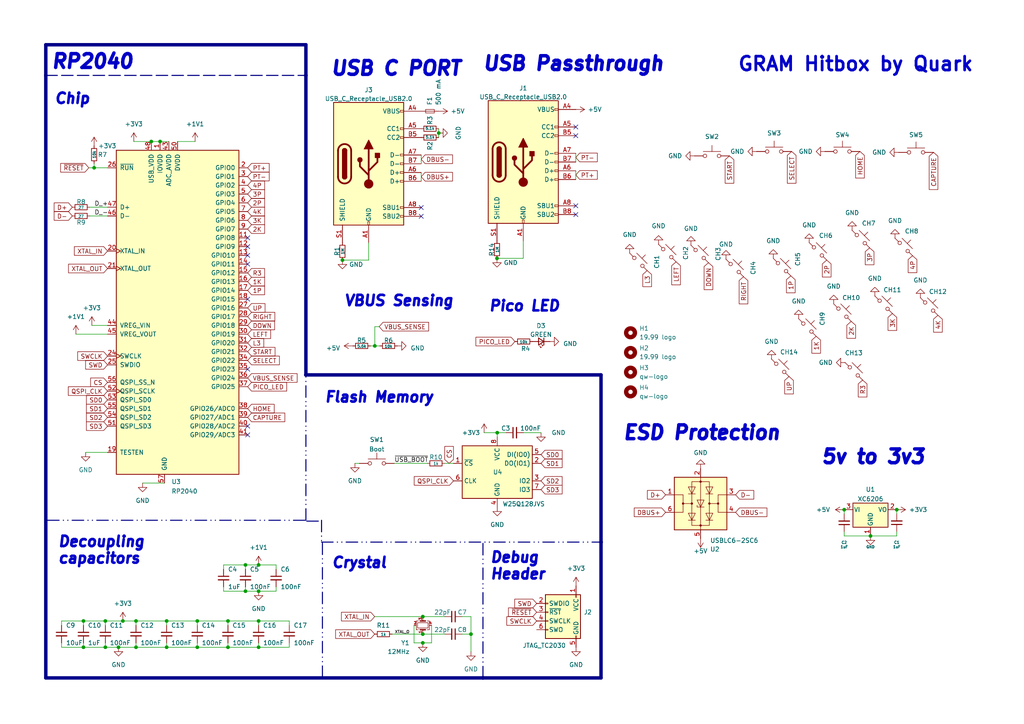
<source format=kicad_sch>
(kicad_sch (version 20230121) (generator eeschema)
  (paper "A4")
  (junction (at 144.2212 125.5014))
  (junction (at 35.6362 180.1114))
  (junction (at 75.0062 187.7314))
  (junction (at 66.1162 187.7314))
  (junction (at 39.4462 180.1114))
  (junction (at 66.1162 180.1114))
  (junction (at 260.096 147.828))
  (junction (at 24.2062 180.1114))
  (junction (at 136.6012 183.9214))
  (junction (at 144.145 74.93))
  (junction (at 88.7222 21.8694))
  (junction (at 140.0772 196.6214))
  (junction (at 71.1962 163.8554))
  (junction (at 75.0062 171.4754))
  (junction (at 99.314 75.438))
  (junction (at 34.3662 187.7314))
  (junction (at 30.5562 180.1114))
  (junction (at 122.6312 178.8414))
  (junction (at 122.6312 186.4614))
  (junction (at 244.856 147.828))
  (junction (at 75.0062 180.1114))
  (junction (at 88.7222 108.7374))
  (junction (at 27.2984 48.6664))
  (junction (at 127.254 38.5826))
  (junction (at 57.2262 180.1114))
  (junction (at 48.3362 180.1114))
  (junction (at 252.476 155.448) (diameter 0.9144))
  (junction (at 24.2062 187.7314))
  (junction (at 13.2842 21.8694))
  (junction (at 108.712 100.33))
  (junction (at 122.6312 183.9214))
  (junction (at 30.5562 187.7314))
  (junction (at 57.2262 187.7314))
  (junction (at 75.0062 163.8554))
  (junction (at 43.8912 41.0464))
  (junction (at 48.3362 187.7314))
  (junction (at 71.1962 171.4754))
  (junction (at 46.4312 41.0464))
  (junction (at 39.4462 187.7314))
  (junction (at 174.3202 157.2345))
  (no_connect (at 71.8312 76.6064))
  (no_connect (at 71.8312 86.7664))
  (no_connect (at 71.8312 68.9864))
  (no_connect (at 167.005 39.37))
  (no_connect (at 71.8312 74.0664))
  (no_connect (at 167.005 62.23))
  (no_connect (at 122.174 62.738))
  (no_connect (at 122.174 60.198))
  (no_connect (at 71.8312 107.0864))
  (no_connect (at 71.8312 126.1364))
  (no_connect (at 167.005 59.69))
  (no_connect (at 71.8312 123.5964))
  (no_connect (at 167.005 36.83))
  (no_connect (at 71.8312 71.5264))
  (wire (pts (xy 57.2262 187.7314) (xy 66.1162 187.7314)))
  (wire (pts (xy 75.0062 171.4754) (xy 80.0862 171.4754)))
  (wire (pts (xy 151.8412 125.5014) (xy 156.9212 125.5014)))
  (wire (pts (xy 120.0912 186.4614) (xy 122.6312 186.4614)))
  (wire (pts (xy 26.0604 62.6364) (xy 31.1912 62.6364)))
  (wire (pts (xy 134.0612 178.8414) (xy 136.6012 178.8414)))
  (wire (pts (xy 244.856 155.448) (xy 252.476 155.448)))
  (wire (pts (xy 24.8412 131.2164) (xy 31.1912 131.2164)))
  (wire (pts (xy 83.8962 187.7314) (xy 83.8962 186.4614)))
  (bus (pts (xy 93.5154 157.4885) (xy 93.5154 196.8754)) (stroke (width 0) (type dash_dot_dot)))
  (wire (pts (xy 26.6446 94.3864) (xy 31.1912 94.3864)))
  (wire (pts (xy 71.1962 163.8554) (xy 71.1962 165.1254)))
  (wire (pts (xy 80.0862 171.4754) (xy 80.0862 170.2054)))
  (wire (pts (xy 30.5562 186.4614) (xy 30.5562 187.7314)))
  (wire (pts (xy 26.0604 60.0964) (xy 31.1912 60.0964)))
  (wire (pts (xy 66.1162 180.1114) (xy 75.0062 180.1114)))
  (bus (pts (xy 174.3202 157.2345) (xy 174.3202 108.7374)) (stroke (width 1)))
  (wire (pts (xy 24.2062 187.7314) (xy 30.5562 187.7314)))
  (wire (pts (xy 39.4462 187.7314) (xy 39.4462 186.4614)))
  (wire (pts (xy 30.5562 180.1114) (xy 35.6362 180.1114)))
  (bus (pts (xy 13.2842 12.9794) (xy 13.2842 21.8694)) (stroke (width 1)))
  (bus (pts (xy 174.3202 196.6214) (xy 174.3202 157.2345)) (stroke (width 1)))
  (wire (pts (xy 144.2212 125.5014) (xy 146.7612 125.5014)))
  (wire (pts (xy 244.856 154.178) (xy 244.856 155.448)))
  (wire (pts (xy 48.3362 187.7314) (xy 48.3362 186.4614)))
  (wire (pts (xy 71.1962 170.2054) (xy 71.1962 171.4754)))
  (wire (pts (xy 75.0062 163.8554) (xy 71.1962 163.8554)))
  (wire (pts (xy 108.712 100.33) (xy 110.1598 100.33)))
  (wire (pts (xy 120.0912 181.3814) (xy 120.0912 186.4614)))
  (wire (pts (xy 75.0062 163.8554) (xy 80.0862 163.8554)))
  (wire (pts (xy 57.2262 180.1114) (xy 66.1162 180.1114)))
  (wire (pts (xy 48.3362 187.7314) (xy 57.2262 187.7314)))
  (bus (pts (xy 13.2842 21.8694) (xy 88.7222 21.8694)) (stroke (width 0) (type dash)))
  (wire (pts (xy 128.9812 183.9214) (xy 122.6312 183.9214)))
  (wire (pts (xy 64.8462 171.4754) (xy 71.1962 171.4754)))
  (wire (pts (xy 25.7555 48.6664) (xy 27.2984 48.6664)))
  (wire (pts (xy 17.8562 181.3814) (xy 17.8562 180.1114)))
  (wire (pts (xy 30.5562 187.7314) (xy 34.3662 187.7314)))
  (wire (pts (xy 260.096 149.0726) (xy 260.096 147.828)))
  (wire (pts (xy 140.4112 125.5014) (xy 144.2212 125.5014)))
  (wire (pts (xy 244.856 147.828) (xy 244.856 149.098)))
  (wire (pts (xy 114.3762 134.3914) (xy 123.9012 134.3914)))
  (wire (pts (xy 106.934 70.358) (xy 106.934 75.438)))
  (wire (pts (xy 38.8112 41.0464) (xy 43.8912 41.0464)))
  (wire (pts (xy 17.8562 180.1114) (xy 24.2062 180.1114)))
  (bus (pts (xy 174.3202 157.2345) (xy 174.3202 157.2514)))
  (bus (pts (xy 88.7222 21.8694) (xy 88.7222 108.7374)) (stroke (width 1)))
  (wire (pts (xy 39.4462 180.1114) (xy 48.3362 180.1114)))
  (wire (pts (xy 136.6012 183.9214) (xy 134.0612 183.9214)))
  (wire (pts (xy 80.0862 163.8554) (xy 80.0862 165.1254)))
  (wire (pts (xy 75.0062 180.1114) (xy 83.8962 180.1114)))
  (wire (pts (xy 128.9812 178.8414) (xy 122.6312 178.8414)))
  (wire (pts (xy 66.1162 180.1114) (xy 66.1162 181.3814)))
  (wire (pts (xy 41.3512 140.1064) (xy 47.7012 140.1064)))
  (wire (pts (xy 27.2984 48.6664) (xy 31.1912 48.6664)))
  (wire (pts (xy 151.765 74.93) (xy 144.145 74.93)))
  (bus (pts (xy 88.9762 151.1554) (xy 93.5154 151.1554)) (stroke (width 0) (type dash_dot_dot)))
  (bus (pts (xy 88.7222 150.9014) (xy 88.7222 108.7374)) (stroke (width 0) (type dash_dot_dot)))
  (wire (pts (xy 108.712 94.742) (xy 108.712 100.33)))
  (wire (pts (xy 43.8912 41.0464) (xy 46.4312 41.0464)))
  (bus (pts (xy 140.0772 196.6214) (xy 174.3202 196.6214)) (stroke (width 1)))
  (wire (pts (xy 71.1962 171.4754) (xy 75.0062 171.4754)))
  (wire (pts (xy 24.2062 186.4614) (xy 24.2062 187.7314)))
  (wire (pts (xy 31.1912 96.9264) (xy 22.0218 96.9264)))
  (wire (pts (xy 128.9812 134.3914) (xy 131.5212 134.3914)))
  (wire (pts (xy 136.6012 178.8414) (xy 136.6012 183.9214)))
  (wire (pts (xy 57.2262 180.1114) (xy 57.2262 181.3814)))
  (wire (pts (xy 75.0062 187.7314) (xy 75.0062 186.4614)))
  (wire (pts (xy 57.2262 186.4614) (xy 57.2262 187.7314)))
  (wire (pts (xy 64.8462 163.8554) (xy 64.8462 165.1254)))
  (wire (pts (xy 260.096 154.1526) (xy 260.096 155.448)))
  (wire (pts (xy 64.8462 170.2054) (xy 64.8462 171.4754)))
  (bus (pts (xy 93.2614 157.2345) (xy 174.3202 157.2345)) (stroke (width 0) (type dash_dot_dot)))
  (wire (pts (xy 106.934 75.438) (xy 99.314 75.438)))
  (wire (pts (xy 30.5562 180.1114) (xy 24.2062 180.1114)))
  (wire (pts (xy 125.1712 186.4614) (xy 122.6312 186.4614)))
  (wire (pts (xy 24.2062 180.1114) (xy 24.2062 181.3814)))
  (wire (pts (xy 122.174 44.958) (xy 122.174 47.498)))
  (bus (pts (xy 13.2842 12.9794) (xy 88.7222 12.9794)) (stroke (width 1)))
  (wire (pts (xy 48.3362 180.1114) (xy 48.3362 181.3814)))
  (wire (pts (xy 83.8962 180.1114) (xy 83.8962 181.3814)))
  (wire (pts (xy 17.8562 186.4614) (xy 17.8562 187.7314)))
  (wire (pts (xy 51.5112 41.0464) (xy 56.5912 41.0464)))
  (wire (pts (xy 136.6012 183.9214) (xy 136.6012 189.0014)))
  (wire (pts (xy 127.254 39.878) (xy 127.254 38.5826)))
  (wire (pts (xy 39.4462 187.7314) (xy 48.3362 187.7314)))
  (wire (pts (xy 30.5562 180.1114) (xy 30.5562 181.3814)))
  (wire (pts (xy 151.765 69.85) (xy 151.765 74.93)))
  (bus (pts (xy 13.2842 21.8694) (xy 13.2842 196.6214)) (stroke (width 1)))
  (wire (pts (xy 122.174 50.038) (xy 122.174 52.578)))
  (wire (pts (xy 167.005 44.45) (xy 167.005 46.99)))
  (wire (pts (xy 107.442 100.33) (xy 108.712 100.33)))
  (wire (pts (xy 66.1162 187.7314) (xy 75.0062 187.7314)))
  (wire (pts (xy 167.005 49.53) (xy 167.005 52.07)))
  (wire (pts (xy 75.0062 187.7314) (xy 83.8962 187.7314)))
  (bus (pts (xy 93.2614 150.9014) (xy 93.2614 157.2345)) (stroke (width 0) (type dash_dot_dot)))
  (wire (pts (xy 108.6612 178.8414) (xy 122.6312 178.8414)))
  (wire (pts (xy 144.2212 125.5014) (xy 144.2212 126.7714)))
  (wire (pts (xy 127.254 38.5826) (xy 127.254 37.338)))
  (wire (pts (xy 17.8562 187.7314) (xy 24.2062 187.7314)))
  (bus (pts (xy 140.0772 196.6214) (xy 140.0772 157.2514)) (stroke (width 0) (type dash_dot_dot)))
  (wire (pts (xy 102.9462 134.3914) (xy 104.2162 134.3914)))
  (wire (pts (xy 34.3662 187.7314) (xy 39.4462 187.7314)))
  (wire (pts (xy 109.982 94.742) (xy 108.712 94.742)))
  (wire (pts (xy 125.1712 181.3814) (xy 125.1712 186.4614)))
  (wire (pts (xy 71.1962 163.8554) (xy 64.8462 163.8554)))
  (wire (pts (xy 48.3362 180.1114) (xy 57.2262 180.1114)))
  (wire (pts (xy 39.4462 180.1114) (xy 39.4462 181.3814)))
  (bus (pts (xy 13.2842 196.6214) (xy 140.0772 196.6214)) (stroke (width 1)))
  (wire (pts (xy 75.0062 180.1114) (xy 75.0062 181.3814)))
  (bus (pts (xy 13.7922 150.9014) (xy 88.7222 150.9014)) (stroke (width 0) (type dash_dot_dot)))
  (wire (pts (xy 66.1162 186.4614) (xy 66.1162 187.7314)))
  (wire (pts (xy 27.2984 47.3964) (xy 27.2984 48.6664)))
  (wire (pts (xy 252.476 155.448) (xy 260.096 155.448)))
  (wire (pts (xy 122.6312 183.9214) (xy 113.7412 183.9214)))
  (wire (pts (xy 46.4312 41.0464) (xy 48.9712 41.0464)))
  (wire (pts (xy 35.6362 180.1114) (xy 39.4462 180.1114)))
  (bus (pts (xy 88.7222 12.9794) (xy 88.7222 21.8694)) (stroke (width 1)))
  (bus (pts (xy 88.7222 108.7374) (xy 174.3202 108.7374)) (stroke (width 1)))
  (text "Debug\nHeader" (at 141.9352 168.4274 0) (effects (font (size 3 3) (thickness 2) bold italic) (justify left bottom)))
  (text "VBUS Sensing" (at 99.568 89.154 0) (effects (font (size 3 3) (thickness 2) bold italic) (justify left bottom)))
  (text "Pico LED" (at 141.5542 90.678 0) (effects (font (size 3 3) (thickness 2) bold italic) (justify left bottom)))
  (text "Chip" (at 15.5702 30.5054 0) (effects (font (size 3 3) (thickness 2) bold italic) (justify left bottom)))
  (text "Crystal" (at 95.9612 165.1254 0) (effects (font (size 3 3) (thickness 2) bold italic) (justify left bottom)))
  (text "RP2040" (at 14.5542 20.3454 0) (effects (font (size 4 4) (thickness 2) bold italic) (justify left bottom)))
  (text "USB Passthrough" (at 139.7 20.955 0) (effects (font (size 4 4) (thickness 2) bold italic) (justify left bottom)))
  (text "ESD Protection" (at 180.34 128.016 0) (effects (font (size 4 4) (thickness 2) bold italic) (justify left bottom)))
  (text "Flash Memory" (at 93.9292 117.1194 0) (effects (font (size 3 3) (thickness 2) bold italic) (justify left bottom)))
  (text "Decoupling\ncapacitors" (at 16.5862 163.8554 0) (effects (font (size 3 3) (thickness 2) bold italic) (justify left bottom)))
  (text "GRAM Hitbox by Quark" (at 282.6004 21.082 0) (effects (font (size 4 4) (thickness 0.8) bold) (justify right bottom)))
  (text "5v to 3v3" (at 237.871 135.001 0) (effects (font (size 4 4) (thickness 2) bold italic) (justify left bottom)))
  (text "USB C PORT" (at 95.6056 22.352 0) (effects (font (size 4 4) (thickness 2) bold italic) (justify left bottom)))
  (label "D_-" (at 27.3812 62.6364 0))
  (label "~{USB_BOOT}" (at 114.3762 134.3914 0))
  (label "XTAL_O" (at 118.8212 183.9214 180) (effects (font (size 0.8 0.8))))
  (label "D_+" (at 27.3812 60.0964 0))
  (global_label "SD2" (shape input) (at 156.9212 139.4714 0) (property "Intersheetrefs" "${INTERSHEET_REFS}" (effects hide)))
  (global_label "2P" (shape input) (at 239.776 75.438 270) (property "Intersheetrefs" "${INTERSHEET_REFS}" (effects hide)))
  (global_label "3K" (shape input) (at 258.826 90.932 270) (property "Intersheetrefs" "${INTERSHEET_REFS}" (effects hide)))
  (global_label "UP" (shape input) (at 228.854 109.22 270) (property "Intersheetrefs" "${INTERSHEET_REFS}" (effects hide)))
  (global_label "CS" (shape input) (at 130.2512 134.3914 90) (property "Intersheetrefs" "${INTERSHEET_REFS}" (effects hide)))
  (global_label "PICO_LED" (shape input) (at 149.352 99.06 180) (property "Intersheetrefs" "${INTERSHEET_REFS}" (effects hide)))
  (global_label "~{RESET}" (shape input) (at 155.6512 177.5714 180) (property "Intersheetrefs" "${INTERSHEET_REFS}" (effects hide)))
  (global_label "XTAL_OUT" (shape input) (at 108.6612 183.9214 180) (property "Intersheetrefs" "${INTERSHEET_REFS}" (effects hide)))
  (global_label "DOWN" (shape input) (at 71.8312 94.3864 0) (property "Intersheetrefs" "${INTERSHEET_REFS}" (effects hide)))
  (global_label "1P" (shape input) (at 71.8312 84.2264 0) (property "Intersheetrefs" "${INTERSHEET_REFS}" (effects hide)))
  (global_label "R3" (shape input) (at 250.19 110.236 270) (property "Intersheetrefs" "${INTERSHEET_REFS}" (effects hide)))
  (global_label "SD2" (shape input) (at 31.1912 121.0564 180) (property "Intersheetrefs" "${INTERSHEET_REFS}" (effects hide)))
  (global_label "SWCLK" (shape input) (at 31.1912 103.2764 180) (property "Intersheetrefs" "${INTERSHEET_REFS}" (effects hide)))
  (global_label "4K" (shape input) (at 71.8312 61.3664 0) (property "Intersheetrefs" "${INTERSHEET_REFS}" (effects hide)))
  (global_label "PT-" (shape input) (at 71.8312 51.2064 0) (property "Intersheetrefs" "${INTERSHEET_REFS}" (effects hide)))
  (global_label "QSPI_CLK" (shape input) (at 31.1912 113.4364 180) (property "Intersheetrefs" "${INTERSHEET_REFS}" (effects hide)))
  (global_label "PT-" (shape input) (at 167.005 45.6692 0) (property "Intersheetrefs" "${INTERSHEET_REFS}" (effects hide)))
  (global_label "SD0" (shape input) (at 31.1912 115.9764 180) (property "Intersheetrefs" "${INTERSHEET_REFS}" (effects hide)))
  (global_label "3P" (shape input) (at 71.8312 56.2864 0) (property "Intersheetrefs" "${INTERSHEET_REFS}" (effects hide)))
  (global_label "4P" (shape input) (at 264.668 74.168 270) (property "Intersheetrefs" "${INTERSHEET_REFS}" (effects hide)))
  (global_label "SELECT" (shape input) (at 71.8312 104.5464 0) (property "Intersheetrefs" "${INTERSHEET_REFS}" (effects hide)))
  (global_label "PT+" (shape input) (at 71.8312 48.6664 0) (property "Intersheetrefs" "${INTERSHEET_REFS}" (effects hide)))
  (global_label "D-" (shape input) (at 213.36 143.51 0) (property "Intersheetrefs" "${INTERSHEET_REFS}" (effects hide)))
  (global_label "SD3" (shape input) (at 156.9212 142.0114 0) (property "Intersheetrefs" "${INTERSHEET_REFS}" (effects hide)))
  (global_label "DBUS+" (shape input) (at 193.04 148.59 180) (property "Intersheetrefs" "${INTERSHEET_REFS}" (effects hide)))
  (global_label "2P" (shape input) (at 71.8312 58.8264 0) (property "Intersheetrefs" "${INTERSHEET_REFS}" (effects hide)))
  (global_label "SWD" (shape input) (at 31.1912 105.8164 180) (property "Intersheetrefs" "${INTERSHEET_REFS}" (effects hide)))
  (global_label "SD0" (shape input) (at 156.9212 131.8514 0) (property "Intersheetrefs" "${INTERSHEET_REFS}" (effects hide)))
  (global_label "DBUS-" (shape input) (at 122.174 46.1772 0) (property "Intersheetrefs" "${INTERSHEET_REFS}" (effects hide)))
  (global_label "CAPTURE" (shape input) (at 270.764 44.196 270) (property "Intersheetrefs" "${INTERSHEET_REFS}" (effects hide)))
  (global_label "XTAL_IN" (shape input) (at 108.6612 178.8414 180) (property "Intersheetrefs" "${INTERSHEET_REFS}" (effects hide)))
  (global_label "R3" (shape input) (at 71.8312 79.1464 0) (property "Intersheetrefs" "${INTERSHEET_REFS}" (effects hide)))
  (global_label "SWD" (shape input) (at 155.6512 175.0314 180) (property "Intersheetrefs" "${INTERSHEET_REFS}" (effects hide)))
  (global_label "HOME" (shape input) (at 71.8312 118.5164 0) (property "Intersheetrefs" "${INTERSHEET_REFS}" (effects hide)))
  (global_label "HOME" (shape input) (at 249.428 43.942 270) (property "Intersheetrefs" "${INTERSHEET_REFS}" (effects hide)))
  (global_label "LEFT" (shape input) (at 196.088 75.946 270) (property "Intersheetrefs" "${INTERSHEET_REFS}" (effects hide)))
  (global_label "QSPI_CLK" (shape input) (at 131.5212 139.4714 180) (property "Intersheetrefs" "${INTERSHEET_REFS}" (effects hide)))
  (global_label "SD1" (shape input) (at 31.1912 118.5164 180) (property "Intersheetrefs" "${INTERSHEET_REFS}" (effects hide)))
  (global_label "VBUS_SENSE" (shape input) (at 71.8312 109.6264 0) (property "Intersheetrefs" "${INTERSHEET_REFS}" (effects hide)))
  (global_label "D-" (shape input) (at 20.9804 62.6364 180) (property "Intersheetrefs" "${INTERSHEET_REFS}" (effects hide)))
  (global_label "L3" (shape input) (at 71.8312 99.4664 0) (property "Intersheetrefs" "${INTERSHEET_REFS}" (effects hide)))
  (global_label "DBUS-" (shape input) (at 213.36 148.59 0) (property "Intersheetrefs" "${INTERSHEET_REFS}" (effects hide)))
  (global_label "RIGHT" (shape input) (at 215.646 80.264 270) (property "Intersheetrefs" "${INTERSHEET_REFS}" (effects hide)))
  (global_label "CS" (shape input) (at 31.1912 110.8964 180) (property "Intersheetrefs" "${INTERSHEET_REFS}" (effects hide)))
  (global_label "LEFT" (shape input) (at 71.8312 96.9264 0) (property "Intersheetrefs" "${INTERSHEET_REFS}" (effects hide)))
  (global_label "XTAL_IN" (shape input) (at 31.1912 72.7964 180) (property "Intersheetrefs" "${INTERSHEET_REFS}" (effects hide)))
  (global_label "4P" (shape input) (at 71.8312 53.7464 0) (property "Intersheetrefs" "${INTERSHEET_REFS}" (effects hide)))
  (global_label "1P" (shape input) (at 229.362 80.01 270) (property "Intersheetrefs" "${INTERSHEET_REFS}" (effects hide)))
  (global_label "~{RESET}" (shape input) (at 25.7555 48.6664 180) (property "Intersheetrefs" "${INTERSHEET_REFS}" (effects hide)))
  (global_label "SWCLK" (shape input) (at 155.6512 180.1114 180) (property "Intersheetrefs" "${INTERSHEET_REFS}" (effects hide)))
  (global_label "PICO_LED" (shape input) (at 71.8312 112.1664 0) (property "Intersheetrefs" "${INTERSHEET_REFS}" (effects hide)))
  (global_label "SD3" (shape input) (at 31.1912 123.5964 180) (property "Intersheetrefs" "${INTERSHEET_REFS}" (effects hide)))
  (global_label "VBUS_SENSE" (shape input) (at 109.982 94.742 0) (property "Intersheetrefs" "${INTERSHEET_REFS}" (effects hide)))
  (global_label "L3" (shape input) (at 187.706 78.486 270) (property "Intersheetrefs" "${INTERSHEET_REFS}" (effects hide)))
  (global_label "SELECT" (shape input) (at 229.616 43.942 270) (property "Intersheetrefs" "${INTERSHEET_REFS}" (effects hide)))
  (global_label "D+" (shape input) (at 20.9804 60.0964 180) (property "Intersheetrefs" "${INTERSHEET_REFS}" (effects hide)))
  (global_label "XTAL_OUT" (shape input) (at 31.1912 77.8764 180) (property "Intersheetrefs" "${INTERSHEET_REFS}" (effects hide)))
  (global_label "2K" (shape input) (at 71.8312 66.4464 0) (property "Intersheetrefs" "${INTERSHEET_REFS}" (effects hide)))
  (global_label "START" (shape input) (at 71.8312 102.0064 0) (property "Intersheetrefs" "${INTERSHEET_REFS}" (effects hide)))
  (global_label "4K" (shape input) (at 272.034 91.44 270) (property "Intersheetrefs" "${INTERSHEET_REFS}" (effects hide)))
  (global_label "UP" (shape input) (at 71.8312 89.3064 0) (property "Intersheetrefs" "${INTERSHEET_REFS}" (effects hide)))
  (global_label "DBUS+" (shape input) (at 122.174 51.2572 0) (property "Intersheetrefs" "${INTERSHEET_REFS}" (effects hide)))
  (global_label "1K" (shape input) (at 236.728 97.536 270) (property "Intersheetrefs" "${INTERSHEET_REFS}" (effects hide)))
  (global_label "RIGHT" (shape input) (at 71.8312 91.8464 0) (property "Intersheetrefs" "${INTERSHEET_REFS}" (effects hide)))
  (global_label "CAPTURE" (shape input) (at 71.8312 121.0564 0) (property "Intersheetrefs" "${INTERSHEET_REFS}" (effects hide)))
  (global_label "DOWN" (shape input) (at 205.486 76.2 270) (property "Intersheetrefs" "${INTERSHEET_REFS}" (effects hide)))
  (global_label "PT+" (shape input) (at 167.005 50.7492 0) (property "Intersheetrefs" "${INTERSHEET_REFS}" (effects hide)))
  (global_label "2K" (shape input) (at 246.888 93.218 270) (property "Intersheetrefs" "${INTERSHEET_REFS}" (effects hide)))
  (global_label "3K" (shape input) (at 71.8312 63.9064 0) (property "Intersheetrefs" "${INTERSHEET_REFS}" (effects hide)))
  (global_label "D+" (shape input) (at 193.04 143.51 180) (property "Intersheetrefs" "${INTERSHEET_REFS}" (effects hide)))
  (global_label "1K" (shape input) (at 71.8312 81.6864 0) (property "Intersheetrefs" "${INTERSHEET_REFS}" (effects hide)))
  (global_label "SD1" (shape input) (at 156.9212 134.3914 0) (property "Intersheetrefs" "${INTERSHEET_REFS}" (effects hide)))
  (global_label "START" (shape input) (at 211.582 45.212 270) (property "Intersheetrefs" "${INTERSHEET_REFS}" (effects hide)))
  (global_label "3P" (shape input) (at 252.222 71.882 270) (property "Intersheetrefs" "${INTERSHEET_REFS}" (effects hide)))
  (symbol (lib_id "Device:C_Small") (at 131.5212 183.9214 270) (mirror x) (unit 1)
    (property "Reference" "C8" (at 134.0612 182.6514 90))
    (property "Value" "22pF" (at 128.3462 182.6514 90))
    (property "Footprint" "Capacitor_SMD:C_0402_1005Metric" (effects hide))
    (property "LCSC" "C1555" (effects hide))
  )
  (symbol (lib_id "PCM_marbastlib-choc:choc_SW_HS") (at 256.286 88.392 0) (unit 1)
    (property "Reference" "CH11" (at 258.826 84.074 0))
    (property "Value" "choc_SW_HS" (effects hide))
    (property "Footprint" "extra_footprints:Kailh_socket_PG1350" (effects hide))
  )
  (symbol (lib_id "power:+3V3") (at 26.6446 94.3864 0) (unit 1)
    (property "Reference" "#PWR010" (effects hide))
    (property "Value" "+3V3" (at 26.6446 89.3064 0))
  )
  (symbol (lib_id "Device:C_Small") (at 24.2062 183.9214 0) (unit 1)
    (property "Reference" "C10" (at 25.4762 181.3813 0) (effects (justify left)))
    (property "Value" "1uF" (at 25.4762 186.4613 0) (effects (justify left)))
    (property "Footprint" "Capacitor_SMD:C_0402_1005Metric" (effects hide))
    (property "LCSC" "C52923" (effects hide))
  )
  (symbol (lib_id "power:GND") (at 136.6012 189.0014 0) (mirror y) (unit 1)
    (property "Reference" "#PWR031" (effects hide))
    (property "Value" "GND" (at 136.6012 194.0814 0))
  )
  (symbol (lib_id "power:GND") (at 224.282 74.93 180) (unit 1)
    (property "Reference" "#PWR042" (effects hide))
    (property "Value" "GND" (at 224.282 69.85 0))
  )
  (symbol (lib_id "power:GND") (at 167.0812 187.7314 0) (unit 1)
    (property "Reference" "#PWR030" (effects hide))
    (property "Value" "GND" (at 167.0812 192.8114 0))
  )
  (symbol (lib_id "power:GND") (at 191.008 70.866 180) (unit 1)
    (property "Reference" "#PWR039" (effects hide))
    (property "Value" "GND" (at 191.008 65.532 0))
  )
  (symbol (lib_id "power:GND") (at 127.254 38.5826 90) (unit 1)
    (property "Reference" "#PWR05" (effects hide))
    (property "Value" "GND" (at 132.9436 38.5826 0))
  )
  (symbol (lib_id "Device:C_Small") (at 48.3362 183.9214 0) (unit 1)
    (property "Reference" "C13" (at 49.6062 181.3813 0) (effects (justify left)))
    (property "Value" "100nF" (at 49.6062 186.4613 0) (effects (justify left)))
    (property "Footprint" "Capacitor_SMD:C_0402_1005Metric" (effects hide))
    (property "LCSC" "C1525" (effects hide))
  )
  (symbol (lib_id "Device:R_Small") (at 99.314 72.898 180) (unit 1)
    (property "Reference" "R1" (at 97.7646 72.898 90))
    (property "Value" "1M" (at 99.4156 72.898 90) (effects (font (size 0.8 0.8))))
    (property "Footprint" "Resistor_SMD:R_0603_1608Metric" (effects hide))
    (property "LCSC" "C22935" (effects hide))
  )
  (symbol (lib_id "Device:C_Small") (at 260.096 151.6126 180) (unit 1)
    (property "Reference" "C1" (at 260.096 157.3276 0) (effects (font (size 0.762 0.762))))
    (property "Value" "1uF" (at 260.096 158.5976 0) (effects (font (size 0.762 0.762))))
    (property "Footprint" "Capacitor_SMD:C_0402_1005Metric" (effects hide))
    (property "LCSC" "C52923" (effects hide))
  )
  (symbol (lib_id "power:GND") (at 75.0062 171.4754 0) (unit 1)
    (property "Reference" "#PWR026" (effects hide))
    (property "Value" "GND" (at 75.0062 176.5554 0))
  )
  (symbol (lib_id "Mechanical:MountingHole") (at 182.88 107.95 0) (unit 1) (in_bom no)
    (property "Reference" "H3" (at 185.42 106.68 0) (effects (justify left)))
    (property "Value" "qw-logo" (at 185.42 109.22 0) (effects (justify left)))
    (property "Footprint" "qw-logo:qw new logo silk + copper md" (effects hide))
  )
  (symbol (lib_id "power:GND") (at 24.8412 131.2164 0) (unit 1)
    (property "Reference" "#PWR017" (effects hide))
    (property "Value" "GND" (at 24.8412 136.2964 0))
  )
  (symbol (lib_id "power:+3V3") (at 35.6362 180.1114 0) (unit 1)
    (property "Reference" "#PWR027" (effects hide))
    (property "Value" "+3V3" (at 35.6362 175.0314 0))
  )
  (symbol (lib_id "power:GND") (at 156.9212 125.5014 0) (unit 1)
    (property "Reference" "#PWR016" (effects hide))
    (property "Value" "GND" (at 162.0012 125.5014 0))
  )
  (symbol (lib_id "power:GND") (at 144.145 74.93 0) (unit 1)
    (property "Reference" "#PWR053" (effects hide))
    (property "Value" "GND" (at 146.0754 76.1999 0) (effects (justify left)))
  )
  (symbol (lib_id "power:GND") (at 260.604 44.196 270) (unit 1)
    (property "Reference" "#PWR037" (effects hide))
    (property "Value" "GND" (at 257.048 44.196 90) (effects (justify right)))
  )
  (symbol (lib_id "PCM_marbastlib-choc:choc_SW_HS") (at 213.106 77.724 270) (mirror x) (unit 1)
    (property "Reference" "CH4" (at 218.44 77.724 0))
    (property "Value" "choc_SW_HS" (effects hide))
    (property "Footprint" "extra_footprints:Kailh_socket_PG1350" (effects hide))
  )
  (symbol (lib_id "Device:R_Small") (at 104.902 100.33 90) (unit 1)
    (property "Reference" "R5" (at 106.2067 98.7271 90) (effects (justify left)))
    (property "Value" "5.6k" (at 106.2585 100.3969 90) (effects (font (size 0.8 0.8)) (justify left)))
    (property "Footprint" "Resistor_SMD:R_0603_1608Metric" (effects hide))
    (property "LCSC" "C23189" (effects hide))
  )
  (symbol (lib_id "Connector:USB_C_Receptacle_USB2.0") (at 106.934 47.498 0) (unit 1)
    (property "Reference" "J3" (at 106.934 26.0858 0))
    (property "Value" "USB_C_Receptacle_USB2.0" (at 106.934 28.6258 0))
    (property "Footprint" "PCM_marbastlib-various:USB_C_Receptacle_HRO_TYPE-C-31-M-12" (effects hide))
    (property "Datasheet" "https://www.usb.org/sites/default/files/documents/usb_type-c.zip" (effects hide))
  )
  (symbol (lib_id "power:GND") (at 99.314 75.438 0) (unit 1)
    (property "Reference" "#PWR01" (effects hide))
    (property "Value" "GND" (at 101.2444 76.7079 0) (effects (justify left)))
  )
  (symbol (lib_id "power:+3V3") (at 27.2984 42.3164 0) (unit 1)
    (property "Reference" "#PWR04" (effects hide))
    (property "Value" "+3V3" (at 31.1084 42.3164 0))
  )
  (symbol (lib_id "power:GND") (at 239.268 43.942 270) (unit 1)
    (property "Reference" "#PWR036" (effects hide))
    (property "Value" "GND" (at 235.712 43.942 90) (effects (justify right)))
  )
  (symbol (lib_id "Regulator_Linear:XC6206PxxxMR") (at 252.476 147.828 0) (unit 1)
    (property "Reference" "U1" (at 252.476 141.9565 0))
    (property "Value" "XC6206" (at 252.476 144.7316 0))
    (property "Footprint" "Package_TO_SOT_SMD:SOT-23" (effects hide))
    (property "Datasheet" "https://www.torexsemi.com/file/xc6206/XC6206.pdf" (effects hide))
    (property "LCSC" "C5446" (effects hide))
  )
  (symbol (lib_id "Device:R_Small") (at 23.5204 62.6364 90) (unit 1)
    (property "Reference" "R9" (at 23.5204 64.516 90))
    (property "Value" "27" (at 23.5204 62.738 90) (effects (font (size 0.8 0.8))))
    (property "Footprint" "Resistor_SMD:R_0603_1608Metric" (effects hide))
    (property "LCSC" "C25190" (effects hide))
  )
  (symbol (lib_id "Device:C_Small") (at 80.0862 167.6654 0) (unit 1)
    (property "Reference" "C6" (at 81.3562 165.1253 0) (effects (justify left)))
    (property "Value" "100nF" (at 81.3562 170.2053 0) (effects (justify left)))
    (property "Footprint" "Capacitor_SMD:C_0402_1005Metric" (effects hide))
    (property "LCSC" "C1525" (effects hide))
  )
  (symbol (lib_id "PCM_marbastlib-choc:choc_SW_HS") (at 226.822 77.47 270) (mirror x) (unit 1)
    (property "Reference" "CH5" (at 231.394 75.184 0))
    (property "Value" "choc_SW_HS" (effects hide))
    (property "Footprint" "extra_footprints:Kailh_socket_PG1350" (effects hide))
  )
  (symbol (lib_id "power:+3.3V") (at 260.096 147.828 270) (unit 1)
    (property "Reference" "#PWR09" (effects hide))
    (property "Value" "+3.3V" (at 263.652 147.828 90) (effects (justify left)))
  )
  (symbol (lib_id "Device:R_Small") (at 124.714 37.338 90) (unit 1)
    (property "Reference" "R3" (at 124.714 36.2711 0) (effects (justify left)))
    (property "Value" "5.1k" (at 126.0348 37.2364 90) (effects (font (size 0.8 0.8)) (justify left)))
    (property "Footprint" "Resistor_SMD:R_0402_1005Metric" (effects hide))
    (property "LCSC" "C25744" (effects hide))
  )
  (symbol (lib_id "Mechanical:MountingHole") (at 182.88 96.52 0) (unit 1) (in_bom no)
    (property "Reference" "H1" (at 185.42 95.25 0) (effects (justify left)))
    (property "Value" "19.99 logo" (at 185.42 97.79 0) (effects (justify left)))
    (property "Footprint" "1999:1999 logo md" (effects hide))
  )
  (symbol (lib_id "PCM_marbastlib-choc:choc_SW_HS") (at 226.314 106.68 0) (unit 1)
    (property "Reference" "CH14" (at 228.854 102.108 0))
    (property "Value" "choc_SW_HS" (effects hide))
    (property "Footprint" "extra_footprints:Kailh_socket_PG1350" (effects hide))
  )
  (symbol (lib_id "Device:C_Small") (at 30.5562 183.9214 0) (unit 1)
    (property "Reference" "C11" (at 31.8262 181.3813 0) (effects (justify left)))
    (property "Value" "100nF" (at 31.8262 186.4613 0) (effects (justify left)))
    (property "Footprint" "Capacitor_SMD:C_0402_1005Metric" (effects hide))
    (property "LCSC" "C1525" (effects hide))
  )
  (symbol (lib_id "power:GND") (at 122.6312 186.4614 0) (mirror y) (unit 1)
    (property "Reference" "#PWR028" (effects hide))
    (property "Value" "GND" (at 122.6312 191.5414 0))
  )
  (symbol (lib_id "Device:C_Small") (at 17.8562 183.9214 0) (unit 1)
    (property "Reference" "C9" (at 19.1262 181.3813 0) (effects (justify left)))
    (property "Value" "10uF" (at 19.1262 186.4613 0) (effects (justify left)))
    (property "Footprint" "Capacitor_SMD:C_0402_1005Metric" (effects hide))
    (property "LCSC" "C15525" (effects hide))
  )
  (symbol (lib_id "Device:C_Small") (at 131.5212 178.8414 270) (mirror x) (unit 1)
    (property "Reference" "C7" (at 134.0612 177.5714 90))
    (property "Value" "22pF" (at 128.3462 177.5714 90))
    (property "Footprint" "Capacitor_SMD:C_0402_1005Metric" (effects hide))
    (property "LCSC" "C1555" (effects hide))
  )
  (symbol (lib_id "PCM_marbastlib-choc:choc_SW_HS") (at 269.494 88.9 0) (unit 1)
    (property "Reference" "CH12" (at 272.034 84.582 0))
    (property "Value" "choc_SW_HS" (effects hide))
    (property "Footprint" "extra_footprints:Kailh_socket_PG1350" (effects hide))
  )
  (symbol (lib_id "marbastlib-various:JTAG_TC2030") (at 162.0012 180.1114 0) (unit 1) (in_bom no)
    (property "Reference" "J2" (at 169.291 177.5713 0) (effects (justify left)))
    (property "Value" "JTAG_TC2030" (at 151.5872 187.2234 0) (effects (justify left)))
    (property "Footprint" "PCM_marbastlib-various:CON_TC2030_outlined" (effects hide))
    (property "Datasheet" " ~" (effects hide))
  )
  (symbol (lib_id "power:GND") (at 41.3512 140.1064 0) (unit 1)
    (property "Reference" "#PWR020" (effects hide))
    (property "Value" "GND" (at 41.3512 145.1864 0))
  )
  (symbol (lib_id "power:GND") (at 266.954 86.36 180) (unit 1)
    (property "Reference" "#PWR049" (effects hide))
    (property "Value" "GND" (at 266.954 81.28 0))
  )
  (symbol (lib_id "Mechanical:MountingHole") (at 182.88 113.665 0) (unit 1) (in_bom no)
    (property "Reference" "H4" (at 185.42 112.395 0) (effects (justify left)))
    (property "Value" "qw-logo" (at 185.42 114.935 0) (effects (justify left)))
    (property "Footprint" "qw-logo:qw new logo silk + copper md" (effects hide))
  )
  (symbol (lib_id "Device:R_Small") (at 27.2984 44.8564 0) (unit 1)
    (property "Reference" "R7" (at 28.3653 44.8564 0) (effects (justify left)))
    (property "Value" "10k" (at 27.3747 45.974 90) (effects (font (size 0.8 0.8)) (justify left)))
    (property "Footprint" "Resistor_SMD:R_0402_1005Metric" (effects hide))
    (property "LCSC" "C25744" (effects hide))
  )
  (symbol (lib_id "Device:R_Small") (at 112.6998 100.33 90) (unit 1)
    (property "Reference" "R6" (at 114.0369 98.7571 90) (effects (justify left)))
    (property "Value" "10k" (at 113.8338 100.4416 90) (effects (font (size 0.8 0.8)) (justify left)))
    (property "Footprint" "Resistor_SMD:R_0603_1608Metric" (effects hide))
    (property "LCSC" "C25804" (effects hide))
  )
  (symbol (lib_id "power:+5V") (at 127.254 32.258 270) (unit 1)
    (property "Reference" "#PWR06" (effects hide))
    (property "Value" "+5V" (at 130.7084 32.2579 90) (effects (justify left)))
  )
  (symbol (lib_id "PCM_marbastlib-choc:choc_SW_HS") (at 237.236 72.898 0) (unit 1)
    (property "Reference" "CH6" (at 239.522 68.326 0))
    (property "Value" "choc_SW_HS" (effects hide))
    (property "Footprint" "extra_footprints:Kailh_socket_PG1350" (effects hide))
  )
  (symbol (lib_id "power:GND") (at 210.566 75.184 180) (unit 1)
    (property "Reference" "#PWR041" (effects hide))
    (property "Value" "GND" (at 210.566 70.866 0))
  )
  (symbol (lib_id "Mechanical:MountingHole") (at 182.88 102.235 0) (unit 1) (in_bom no)
    (property "Reference" "H2" (at 185.42 100.965 0) (effects (justify left)))
    (property "Value" "19.99 logo" (at 185.42 103.505 0) (effects (justify left)))
    (property "Footprint" "1999:1999 logo md" (effects hide))
  )
  (symbol (lib_id "Device:C_Small") (at 57.2262 183.9214 0) (unit 1)
    (property "Reference" "C14" (at 58.4962 181.3813 0) (effects (justify left)))
    (property "Value" "100nF" (at 58.4962 186.4613 0) (effects (justify left)))
    (property "Footprint" "Capacitor_SMD:C_0402_1005Metric" (effects hide))
    (property "LCSC" "C1525" (effects hide))
  )
  (symbol (lib_id "Switch:SW_Push") (at 265.684 44.196 0) (unit 1)
    (property "Reference" "SW5" (at 265.684 39.116 0))
    (property "Value" "SW_Push" (effects hide))
    (property "Footprint" "extra_footprints:RT3301AF260Q" (effects hide))
  )
  (symbol (lib_id "power:GND") (at 247.142 66.802 180) (unit 1)
    (property "Reference" "#PWR044" (effects hide))
    (property "Value" "GND" (at 247.142 61.722 0))
  )
  (symbol (lib_id "power:GND") (at 200.406 71.12 180) (unit 1)
    (property "Reference" "#PWR040" (effects hide))
    (property "Value" "GND" (at 200.406 66.294 0))
  )
  (symbol (lib_id "Device:C_Small") (at 39.4462 183.9214 0) (unit 1)
    (property "Reference" "C12" (at 40.7162 181.3813 0) (effects (justify left)))
    (property "Value" "100nF" (at 40.7162 186.4613 0) (effects (justify left)))
    (property "Footprint" "Capacitor_SMD:C_0402_1005Metric" (effects hide))
    (property "LCSC" "C1525" (effects hide))
  )
  (symbol (lib_id "power:GND") (at 252.476 155.448 0) (unit 1)
    (property "Reference" "#PWR011" (effects hide))
    (property "Value" "GND" (at 252.476 158.623 0) (effects (font (size 0.762 0.762))))
  )
  (symbol (lib_id "Device:R_Small") (at 23.5204 60.0964 90) (unit 1)
    (property "Reference" "R8" (at 23.5204 58.547 90))
    (property "Value" "27" (at 23.5204 60.198 90) (effects (font (size 0.8 0.8))))
    (property "Footprint" "Resistor_SMD:R_0603_1608Metric" (effects hide))
    (property "LCSC" "C25190" (effects hide))
  )
  (symbol (lib_id "Power_Protection:USBLC6-2SC6") (at 203.2 146.05 0) (mirror x) (unit 1)
    (property "Reference" "U2" (at 205.9687 159.3088 0) (effects (justify left)))
    (property "Value" "USBLC6-2SC6" (at 205.9687 156.7688 0) (effects (justify left)))
    (property "Footprint" "Package_TO_SOT_SMD:SOT-23-6" (effects hide))
    (property "Datasheet" "https://www.st.com/resource/en/datasheet/usblc6-2.pdf" (effects hide))
    (property "LCSC" "C7519" (effects hide))
  )
  (symbol (lib_id "PCM_marbastlib-choc:choc_SW_HS") (at 249.682 69.342 0) (unit 1)
    (property "Reference" "CH7" (at 251.968 64.77 0))
    (property "Value" "choc_SW_HS" (effects hide))
    (property "Footprint" "extra_footprints:Kailh_socket_PG1350" (effects hide))
  )
  (symbol (lib_id "power:GND") (at 115.2398 100.33 90) (unit 1)
    (property "Reference" "#PWR023" (effects hide))
    (property "Value" "GND" (at 119.0498 100.965 90) (effects (justify right)))
  )
  (symbol (lib_id "power:GND") (at 182.626 73.406 180) (unit 1)
    (property "Reference" "#PWR038" (effects hide))
    (property "Value" "GND" (at 182.626 68.072 0))
  )
  (symbol (lib_id "power:+1V1") (at 56.5912 41.0464 0) (unit 1)
    (property "Reference" "#PWR03" (effects hide))
    (property "Value" "+1V1" (at 56.5912 35.9664 0))
  )
  (symbol (lib_id "PCM_marbastlib-choc:choc_SW_HS") (at 262.128 71.628 0) (unit 1)
    (property "Reference" "CH8" (at 264.414 67.056 0))
    (property "Value" "choc_SW_HS" (effects hide))
    (property "Footprint" "extra_footprints:Kailh_socket_PG1350" (effects hide))
  )
  (symbol (lib_id "power:GND") (at 223.774 104.14 180) (unit 1)
    (property "Reference" "#PWR050" (effects hide))
    (property "Value" "GND" (at 223.774 99.06 0))
  )
  (symbol (lib_id "power:GND") (at 231.648 92.456 180) (unit 1)
    (property "Reference" "#PWR046" (effects hide))
    (property "Value" "GND" (at 231.648 87.376 0))
  )
  (symbol (lib_id "power:+3V3") (at 38.8112 41.0464 0) (unit 1)
    (property "Reference" "#PWR02" (effects hide))
    (property "Value" "+3V3" (at 38.8112 35.9664 0))
  )
  (symbol (lib_id "power:+5V") (at 203.2 156.21 0) (mirror x) (unit 1)
    (property "Reference" "#PWR07" (effects hide))
    (property "Value" "+5V" (at 203.2 159.8145 0))
  )
  (symbol (lib_id "Device:LED_Small") (at 156.972 99.06 180) (unit 1)
    (property "Reference" "D3" (at 156.9085 94.488 0))
    (property "Value" "GREEN" (at 156.9085 97.028 0))
    (property "Footprint" "LED_SMD:LED_0805_2012Metric" (effects hide))
    (property "LCSC" "C2297" (effects hide))
  )
  (symbol (lib_id "Switch:SW_Push") (at 206.502 45.212 0) (unit 1)
    (property "Reference" "SW2" (at 206.502 39.624 0))
    (property "Value" "SW_Push" (effects hide))
    (property "Footprint" "extra_footprints:RT3301AF260Q" (effects hide))
  )
  (symbol (lib_id "power:GND") (at 201.422 45.212 270) (unit 1)
    (property "Reference" "#PWR034" (effects hide))
    (property "Value" "GND" (at 197.866 45.212 90) (effects (justify right)))
  )
  (symbol (lib_id "Device:R_Small") (at 151.892 99.06 90) (unit 1)
    (property "Reference" "R4" (at 153.8027 101.1371 90) (effects (justify left)))
    (property "Value" "10k" (at 153.026 99.1716 90) (effects (font (size 0.8 0.8)) (justify left)))
    (property "Footprint" "Resistor_SMD:R_0402_1005Metric" (effects hide))
    (property "LCSC" "C25744" (effects hide))
  )
  (symbol (lib_id "power:GND") (at 234.696 70.358 180) (unit 1)
    (property "Reference" "#PWR043" (effects hide))
    (property "Value" "GND" (at 234.696 65.278 0))
  )
  (symbol (lib_id "PCM_marbastlib-choc:choc_SW_HS") (at 202.946 73.66 270) (mirror x) (unit 1)
    (property "Reference" "CH3" (at 208.28 73.66 0))
    (property "Value" "choc_SW_HS" (effects hide))
    (property "Footprint" "extra_footprints:Kailh_socket_PG1350" (effects hide))
  )
  (symbol (lib_id "power:GND") (at 159.512 99.06 90) (unit 1)
    (property "Reference" "#PWR018" (effects hide))
    (property "Value" "GND" (at 163.322 99.695 90) (effects (justify right)))
  )
  (symbol (lib_id "Device:C_Small") (at 83.8962 183.9214 0) (unit 1)
    (property "Reference" "C17" (at 85.1662 181.3813 0) (effects (justify left)))
    (property "Value" "100nF" (at 85.1662 186.4613 0) (effects (justify left)))
    (property "Footprint" "Capacitor_SMD:C_0402_1005Metric" (effects hide))
    (property "LCSC" "C1525" (effects hide))
  )
  (symbol (lib_id "power:+5V") (at 244.856 147.828 90) (unit 1)
    (property "Reference" "#PWR08" (effects hide))
    (property "Value" "+5V" (at 240.792 147.828 90) (effects (justify left)))
  )
  (symbol (lib_id "power:+1V1") (at 22.0218 96.9264 0) (unit 1)
    (property "Reference" "#PWR012" (effects hide))
    (property "Value" "+1V1" (at 22.0218 91.8464 0))
  )
  (symbol (lib_id "power:+5V") (at 102.362 100.33 90) (unit 1)
    (property "Reference" "#PWR022" (effects hide))
    (property "Value" "+5V" (at 98.679 100.965 90) (effects (justify left)))
  )
  (symbol (lib_id "Device:R_Small") (at 124.714 39.878 270) (unit 1)
    (property "Reference" "R2" (at 124.714 40.9449 0) (effects (justify left)))
    (property "Value" "5.1k" (at 123.3932 39.7764 90) (effects (font (size 0.8 0.8)) (justify left)))
    (property "Footprint" "Resistor_SMD:R_0402_1005Metric" (effects hide))
    (property "LCSC" "C25744" (effects hide))
  )
  (symbol (lib_id "Device:C_Small") (at 66.1162 183.9214 0) (unit 1)
    (property "Reference" "C15" (at 67.3862 181.3813 0) (effects (justify left)))
    (property "Value" "100nF" (at 67.3862 186.4613 0) (effects (justify left)))
    (property "Footprint" "Capacitor_SMD:C_0402_1005Metric" (effects hide))
    (property "LCSC" "C1525" (effects hide))
  )
  (symbol (lib_id "power:GND") (at 259.588 69.088 180) (unit 1)
    (property "Reference" "#PWR045" (effects hide))
    (property "Value" "GND" (at 259.588 64.008 0))
  )
  (symbol (lib_id "Device:R_Small") (at 111.2012 183.9214 270) (mirror x) (unit 1)
    (property "Reference" "R11" (at 111.2012 181.3814 90))
    (property "Value" "1k" (at 111.2012 184.0163 90) (effects (font (size 0.8 0.8))))
    (property "Footprint" "Resistor_SMD:R_0402_1005Metric" (effects hide))
    (property "LCSC" "C11702" (effects hide))
  )
  (symbol (lib_id "power:GND") (at 241.808 88.138 180) (unit 1)
    (property "Reference" "#PWR047" (effects hide))
    (property "Value" "GND" (at 241.808 83.058 0))
  )
  (symbol (lib_id "Device:C_Small") (at 64.8462 167.6654 0) (unit 1)
    (property "Reference" "C4" (at 66.1162 165.1253 0) (effects (justify left)))
    (property "Value" "1uF" (at 66.1162 170.2053 0) (effects (justify left)))
    (property "Footprint" "Capacitor_SMD:C_0402_1005Metric" (effects hide))
    (property "LCSC" "C52923" (effects hide))
  )
  (symbol (lib_id "power:GND") (at 144.2212 147.0914 0) (unit 1)
    (property "Reference" "#PWR021" (effects hide))
    (property "Value" "GND" (at 144.2212 152.1714 0))
  )
  (symbol (lib_id "Device:C_Small") (at 71.1962 167.6654 0) (unit 1)
    (property "Reference" "C5" (at 72.4662 165.1253 0) (effects (justify left)))
    (property "Value" "100nF" (at 72.4662 170.2053 0) (effects (justify left)))
    (property "Footprint" "Capacitor_SMD:C_0402_1005Metric" (effects hide))
    (property "LCSC" "C1525" (effects hide))
  )
  (symbol (lib_id "power:+1V1") (at 75.0062 163.8554 0) (unit 1)
    (property "Reference" "#PWR024" (effects hide))
    (property "Value" "+1V1" (at 75.0062 158.7754 0))
  )
  (symbol (lib_id "power:GND") (at 253.746 85.852 180) (unit 1)
    (property "Reference" "#PWR048" (effects hide))
    (property "Value" "GND" (at 253.746 80.772 0))
  )
  (symbol (lib_id "PCM_marbastlib-choc:choc_SW_HS") (at 244.348 90.678 0) (unit 1)
    (property "Reference" "CH10" (at 246.888 86.36 0))
    (property "Value" "choc_SW_HS" (effects hide))
    (property "Footprint" "extra_footprints:Kailh_socket_PG1350" (effects hide))
  )
  (symbol (lib_id "Device:R_Small") (at 126.4412 134.3914 90) (unit 1)
    (property "Reference" "R10" (at 126.437 132.5994 90))
    (property "Value" "1k" (at 126.4384 134.4723 90) (effects (font (size 0.8 0.8))))
    (property "Footprint" "Resistor_SMD:R_0402_1005Metric" (effects hide))
    (property "LCSC" "C11702" (effects hide))
  )
  (symbol (lib_id "Device:C_Small") (at 75.0062 183.9214 0) (unit 1)
    (property "Reference" "C16" (at 76.2762 181.3813 0) (effects (justify left)))
    (property "Value" "100nF" (at 76.2762 186.4613 0) (effects (justify left)))
    (property "Footprint" "Capacitor_SMD:C_0402_1005Metric" (effects hide))
    (property "LCSC" "C1525" (effects hide))
  )
  (symbol (lib_id "Switch:SW_Push") (at 244.348 43.942 0) (unit 1)
    (property "Reference" "SW4" (at 244.348 39.116 0))
    (property "Value" "SW_Push" (effects hide))
    (property "Footprint" "extra_footprints:RT3301AF260Q" (effects hide))
  )
  (symbol (lib_id "Connector:USB_C_Receptacle_USB2.0") (at 151.765 46.99 0) (unit 1)
    (property "Reference" "J1" (at 151.765 25.5778 0))
    (property "Value" "USB_C_Receptacle_USB2.0" (at 151.765 28.1178 0))
    (property "Footprint" "PCM_marbastlib-various:USB_C_Receptacle_HRO_TYPE-C-31-M-12" (effects hide))
    (property "Datasheet" "https://www.usb.org/sites/default/files/documents/usb_type-c.zip" (effects hide))
  )
  (symbol (lib_id "power:GND") (at 34.3662 187.7314 0) (unit 1)
    (property "Reference" "#PWR029" (effects hide))
    (property "Value" "GND" (at 34.3662 192.8114 0))
  )
  (symbol (lib_id "Device:C_Small") (at 244.856 151.638 180) (unit 1)
    (property "Reference" "C2" (at 244.856 157.353 0) (effects (font (size 0.762 0.762))))
    (property "Value" "1uF" (at 244.856 158.623 0) (effects (font (size 0.762 0.762))))
    (property "Footprint" "Capacitor_SMD:C_0402_1005Metric" (effects hide))
    (property "LCSC" "C52923" (effects hide))
  )
  (symbol (lib_id "Device:R_Small") (at 144.145 72.39 180) (unit 1)
    (property "Reference" "R14" (at 142.5956 72.39 90))
    (property "Value" "1M" (at 144.2466 72.39 90) (effects (font (size 0.8 0.8))))
    (property "Footprint" "Resistor_SMD:R_0603_1608Metric" (effects hide))
    (property "LCSC" "C22935" (effects hide))
  )
  (symbol (lib_id "power:GND") (at 219.456 43.942 270) (unit 1)
    (property "Reference" "#PWR035" (effects hide))
    (property "Value" "GND" (at 215.9 43.942 90) (effects (justify right)))
  )
  (symbol (lib_id "Switch:SW_Push") (at 224.536 43.942 0) (unit 1)
    (property "Reference" "SW3" (at 224.536 38.608 0))
    (property "Value" "SW_Push" (effects hide))
    (property "Footprint" "extra_footprints:RT3301AF260Q" (effects hide))
  )
  (symbol (lib_id "power:+3V3") (at 167.0812 169.9514 0) (unit 1)
    (property "Reference" "#PWR025" (effects hide))
    (property "Value" "+3V3" (at 167.0812 164.8714 0))
  )
  (symbol (lib_id "power:GND") (at 203.2 135.89 0) (mirror x) (unit 1)
    (property "Reference" "#PWR013" (effects hide))
    (property "Value" "GND" (at 203.2 131.3275 0))
  )
  (symbol (lib_id "Device:Fuse_Small") (at 124.714 32.258 0) (unit 1)
    (property "Reference" "F1" (at 124.6124 30.5308 90) (effects (justify left)))
    (property "Value" "500 mA" (at 127.1524 30.5308 90) (effects (justify left)))
    (property "Footprint" "Fuse:Fuse_1206_3216Metric" (effects hide))
    (property "LCSC" "C70076" (effects hide))
  )
  (symbol (lib_id "power:+5V") (at 167.005 31.75 270) (unit 1)
    (property "Reference" "#PWR032" (effects hide))
    (property "Value" "+5V" (at 170.4594 31.7499 90) (effects (justify left)))
  )
  (symbol (lib_id "Switch:SW_Push") (at 109.2962 134.3914 0) (unit 1)
    (property "Reference" "SW1" (at 109.2962 127.5039 0))
    (property "Value" "Boot" (at 109.2962 130.279 0))
    (property "Footprint" "Button_Switch_SMD:SW_SPST_SKQG_WithStem" (effects hide))
    (property "LCSC" "C318884" (effects hide))
  )
  (symbol (lib_id "Device:Crystal_GND24_Small") (at 122.6312 181.3814 270) (mirror x) (unit 1)
    (property "Reference" "Y1" (at 118.8212 186.4614 90) (effects (justify right)))
    (property "Value" "12MHz" (at 118.8212 189.0014 90) (effects (justify right)))
    (property "Footprint" "Crystal:Crystal_SMD_3225-4Pin_3.2x2.5mm" (effects hide))
    (property "LCSC" "C9002" (effects hide))
  )
  (symbol (lib_id "PCM_marbastlib-choc:choc_SW_HS") (at 193.548 73.406 270) (mirror x) (unit 1)
    (property "Reference" "CH2" (at 198.882 73.406 0))
    (property "Value" "choc_SW_HS" (effects hide))
    (property "Footprint" "extra_footprints:Kailh_socket_PG1350" (effects hide))
  )
  (symbol (lib_id "Memory_Flash:W25Q128JVS") (at 144.2212 136.9314 0) (unit 1)
    (property "Reference" "U4" (at 142.9512 136.9314 0) (effects (justify left)))
    (property "Value" "W25Q128JVS" (at 145.741 146.1736 0) (effects (justify left)))
    (property "Footprint" "Package_SO:SOIC-8_5.23x5.23mm_P1.27mm" (effects hide))
    (property "Datasheet" "http://www.winbond.com/resource-files/w25q128jv_dtr%20revc%2003272018%20plus.pdf" (effects hide))
    (property "LCSC" "C97521" (effects hide))
  )
  (symbol (lib_id "power:GND") (at 102.9462 134.3914 0) (unit 1)
    (property "Reference" "#PWR019" (effects hide))
    (property "Value" "GND" (at 102.9462 139.4714 0))
  )
  (symbol (lib_id "Device:C_Small") (at 149.3012 125.5014 90) (unit 1)
    (property "Reference" "C3" (at 148.0311 124.2314 90) (effects (justify left)))
    (property "Value" "100nF" (at 156.9211 124.2314 90) (effects (justify left)))
    (property "Footprint" "Capacitor_SMD:C_0402_1005Metric" (effects hide))
    (property "LCSC" "C1525" (effects hide))
  )
  (symbol (lib_id "Sleep-lib:RP2040") (at 51.5112 91.8464 0) (unit 1)
    (property "Reference" "U3" (at 49.7206 139.7159 0) (effects (justify left)))
    (property "Value" "RP2040" (at 49.7206 142.491 0) (effects (justify left)))
    (property "Footprint" "footprints:RP2040-QFN-56" (effects hide))
    (property "Datasheet" "https://datasheets.raspberrypi.com/rp2040/rp2040-datasheet.pdf" (effects hide))
    (property "LCSC" "C2040" (effects hide))
  )
  (symbol (lib_id "PCM_marbastlib-choc:choc_SW_HS") (at 185.166 75.946 270) (mirror x) (unit 1)
    (property "Reference" "CH1" (at 190.5 75.946 0))
    (property "Value" "choc_SW_HS" (effects hide))
    (property "Footprint" "extra_footprints:Kailh_socket_PG1350" (effects hide))
  )
  (symbol (lib_id "power:GND") (at 245.11 105.156 270) (unit 1)
    (property "Reference" "#PWR051" (effects hide))
    (property "Value" "GND" (at 241.554 105.156 90) (effects (justify right)))
  )
  (symbol (lib_id "PCM_marbastlib-choc:choc_SW_HS") (at 247.65 107.696 0) (unit 1)
    (property "Reference" "CH13" (at 247.65 102.362 0))
    (property "Value" "choc_SW_HS" (effects hide))
    (property "Footprint" "extra_footprints:Kailh_socket_PG1350" (effects hide))
  )
  (symbol (lib_id "power:+3V3") (at 140.4112 125.5014 0) (unit 1)
    (property "Reference" "#PWR015" (effects hide))
    (property "Value" "+3V3" (at 136.6012 125.5014 0))
  )
  (symbol (lib_id "PCM_marbastlib-choc:choc_SW_HS") (at 234.188 94.996 270) (mirror x) (unit 1)
    (property "Reference" "CH9" (at 238.506 92.456 0))
    (property "Value" "choc_SW_HS" (effects hide))
    (property "Footprint" "extra_footprints:Kailh_socket_PG1350" (effects hide))
  )
)
</source>
